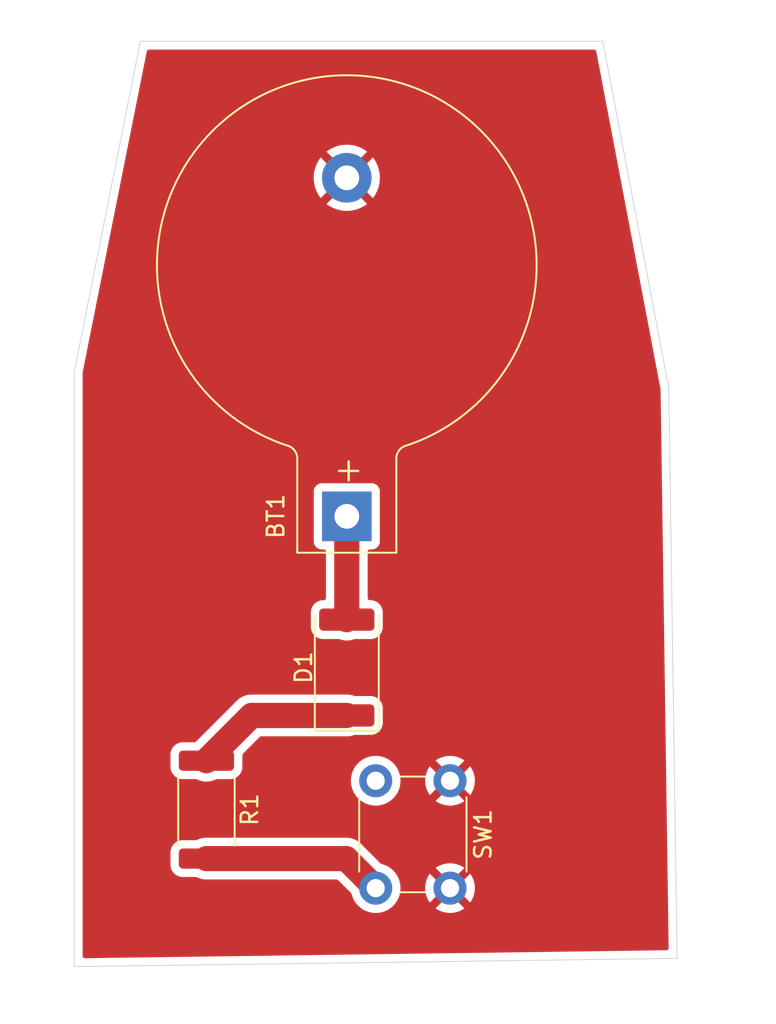
<source format=kicad_pcb>
(kicad_pcb (version 20240108) (generator "pcbnew") (generator_version "8.0")
  (layers (0 "F.Cu" signal) (31 "B.Cu" signal) (34 "B.Paste" user) (35 "F.Paste" user) (36 "B.SilkS" user "B.Silkscreen") (37 "F.SilkS" user "F.Silkscreen") (38 "B.Mask" user) (39 "F.Mask" user) (44 "Edge.Cuts" user))
  (net 0 "")
  (net 1 "Net-(BT1-+)")
  (net 2 "GND")
  (net 3 "Net-(D1-K)")
  (net 4 "Net-(SW1-B)")
  (footprint "LED_SMD:LED_2512_6332Metric" (layer "F.Cu") (at 187.5 102.9 90)
    (property "Reference" "D1" (at 0 -2.62 90) (layer "F.SilkS"))
    (property "Value" "LED")
    (fp_line (start 3.15 -1.935) (end -3.835 -1.935) (stroke (width 0.12)) (layer "F.SilkS"))
    (fp_line (start -3.835 -1.935) (end -3.835 1.935) (stroke (width 0.12)) (layer "F.SilkS"))
    (fp_line (start -3.835 1.935) (end 3.15 1.935) (stroke (width 0.12)) (layer "F.SilkS"))
    (pad "1" smd roundrect (at -2.9 0 90) (size 1.35 3.35) (layers "F.Cu" "F.Paste" "F.Mask") (roundrect_rratio 0.185185) (net 3 "Net-(D1-K)"))
    (pad "2" smd roundrect (at 2.9 0 90) (size 1.35 3.35) (layers "F.Cu" "F.Paste" "F.Mask") (roundrect_rratio 0.185185) (net 1 "Net-(BT1-+)"))
  )
  (footprint "Button_Switch_THT:SW_PUSH_6mm" (layer "F.Cu") (at 193.75 109.75 -90)
    (property "Reference" "SW1" (at 3.25 -2 90) (layer "F.SilkS"))
    (property "Value" "SW_SPST")
    (fp_line (start 1 5.5) (end 5.5 5.5) (stroke (width 0.12)) (layer "F.SilkS"))
    (fp_line (start 6.75 3) (end 6.75 1.5) (stroke (width 0.12)) (layer "F.SilkS"))
    (fp_line (start -0.25 1.5) (end -0.25 3) (stroke (width 0.12)) (layer "F.SilkS"))
    (fp_line (start 5.5 -1) (end 1 -1) (stroke (width 0.12)) (layer "F.SilkS"))
    (pad "1" thru_hole circle (at 0 0) (size 2 2) (drill 1.1) (layers "*.Cu" "*.Mask") (net 2 "GND"))
    (pad "1" thru_hole circle (at 6.5 0) (size 2 2) (drill 1.1) (layers "*.Cu" "*.Mask") (net 2 "GND"))
    (pad "2" thru_hole circle (at 0 4.5) (size 2 2) (drill 1.1) (layers "*.Cu" "*.Mask") (net 4 "Net-(SW1-B)"))
    (pad "2" thru_hole circle (at 6.5 4.5) (size 2 2) (drill 1.1) (layers "*.Cu" "*.Mask") (net 4 "Net-(SW1-B)"))
  )
  (footprint "Resistor_SMD:R_2512_6332Metric" (layer "F.Cu") (at 179 111.5 -90)
    (property "Reference" "R1" (at 0 -2.62 90) (layer "F.SilkS"))
    (property "Value" "R_US")
    (fp_line (start -2.177064 1.71) (end 2.177064 1.71) (stroke (width 0.12)) (layer "F.SilkS"))
    (fp_line (start -2.177064 -1.71) (end 2.177064 -1.71) (stroke (width 0.12)) (layer "F.SilkS"))
    (pad "1" smd roundrect (at -2.9625 0 270) (size 1.225 3.35) (layers "F.Cu" "F.Paste" "F.Mask") (roundrect_rratio 0.204082) (net 3 "Net-(D1-K)"))
    (pad "2" smd roundrect (at 2.9625 0 270) (size 1.225 3.35) (layers "F.Cu" "F.Paste" "F.Mask") (roundrect_rratio 0.204082) (net 4 "Net-(SW1-B)"))
  )
  (footprint "Battery:BatteryHolder_Keystone_103_1x20mm" (layer "F.Cu") (at 187.499999 93.750001 90)
    (property "Reference" "BT1" (at 0 -4.3 90) (layer "F.SilkS"))
    (property "Value" "Battery_Cell")
    (fp_line (start -2.2 -3) (end 3.5 -3) (stroke (width 0.12)) (layer "F.SilkS"))
    (fp_line (start -2.2 3) (end -2.2 -3) (stroke (width 0.12)) (layer "F.SilkS"))
    (fp_line (start -2.2 3) (end 3.5 3) (stroke (width 0.12)) (layer "F.SilkS"))
    (fp_arc (start 4.25 -3.5) (mid 3.950694 -3.136459) (end 3.5 -3) (stroke (width 0.12)) (layer "F.SilkS"))
    (fp_arc (start 4.25 -3.5) (mid 16.971103 -11.358466) (end 26.695671 0) (stroke (width 0.12)) (layer "F.SilkS"))
    (fp_arc (start 26.695671 0) (mid 16.971103 11.358466) (end 4.25 3.5) (stroke (width 0.12)) (layer "F.SilkS"))
    (fp_arc (start 3.5 3) (mid 3.950694 3.136459) (end 4.25 3.5) (stroke (width 0.12)) (layer "F.SilkS"))
    (fp_text user "+" (at 2.75 0 90) (layer "F.SilkS") (effects (font (size 1.5 1.5))))
    (pad "1" thru_hole rect (at 0 0 90) (size 3 3) (drill 1.5) (layers "*.Cu" "*.Mask") (net 1 "Net-(BT1-+)"))
    (pad "2" thru_hole circle (at 20.49 0 90) (size 3 3) (drill 1.5) (layers "*.Cu" "*.Mask") (net 2 "GND"))
  )
  (gr_line (start 207.5 120.5) (end 171 121) (stroke (width 0.05)) (layer "Edge.Cuts"))
  (gr_line (start 171 85) (end 175 65) (stroke (width 0.05)) (layer "Edge.Cuts"))
  (gr_line (start 207 86) (end 207.5 120.5) (stroke (width 0.05)) (layer "Edge.Cuts"))
  (gr_line (start 171 121) (end 171 85) (stroke (width 0.05)) (layer "Edge.Cuts"))
  (gr_line (start 203 65) (end 207 86) (stroke (width 0.05)) (layer "Edge.Cuts"))
  (gr_line (start 175 65) (end 203 65) (stroke (width 0.05)) (layer "Edge.Cuts"))
  (segment (start 187.499999 93.750001) (end 187.499999 99.999999) (width 1.524) (layer "F.Cu") (net 1))
  (segment (start 187.499999 99.999999) (end 187.5 100) (width 1.524) (layer "F.Cu") (net 1))
  (segment (start 181.7375 105.8) (end 179 108.5375) (width 1.524) (layer "F.Cu") (net 3))
  (segment (start 187.5 105.8) (end 181.7375 105.8) (width 1.524) (layer "F.Cu") (net 3))
  (segment (start 179 114.4625) (end 187.4625 114.4625) (width 1.524) (layer "F.Cu") (net 4))
  (segment (start 187.4625 114.4625) (end 189.25 116.25) (width 1.524) (layer "F.Cu") (net 4))
  (zone (net 2) (net_name "GND") (layer "F.Cu") (connect_pads (clearance 0.5)) (min_thickness 0.25) (fill yes (thermal_gap 0.5) (thermal_bridge_width 0.5))
    (polygon (pts (xy 213.5 124) (xy 213.5 62.5) (xy 167.5 62.5) (xy 166.5 124.5)))
  )
)
</source>
